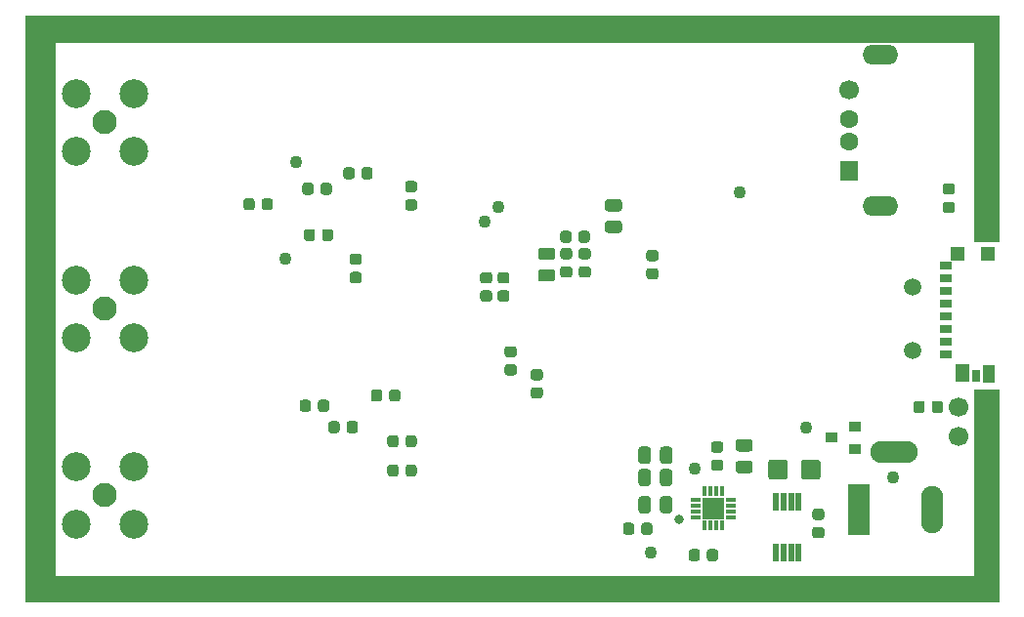
<source format=gbr>
G04 #@! TF.GenerationSoftware,KiCad,Pcbnew,(5.1.6)-1*
G04 #@! TF.CreationDate,2020-09-15T21:19:37+02:00*
G04 #@! TF.ProjectId,PrecisionTimer_RevG,50726563-6973-4696-9f6e-54696d65725f,rev?*
G04 #@! TF.SameCoordinates,Original*
G04 #@! TF.FileFunction,Soldermask,Bot*
G04 #@! TF.FilePolarity,Negative*
%FSLAX46Y46*%
G04 Gerber Fmt 4.6, Leading zero omitted, Abs format (unit mm)*
G04 Created by KiCad (PCBNEW (5.1.6)-1) date 2020-09-15 21:19:37*
%MOMM*%
%LPD*%
G01*
G04 APERTURE LIST*
%ADD10C,0.100000*%
%ADD11C,1.700000*%
%ADD12C,1.600000*%
%ADD13R,1.600000X1.700000*%
%ADD14O,3.100000X1.700000*%
%ADD15C,1.500000*%
%ADD16R,1.900000X4.500000*%
%ADD17O,1.900000X4.100000*%
%ADD18O,4.100000X1.900000*%
%ADD19C,0.800000*%
%ADD20R,1.100000X0.800000*%
%ADD21R,1.000000X1.500000*%
%ADD22R,0.800000X1.100000*%
%ADD23R,1.300000X1.550000*%
%ADD24R,1.300000X1.250000*%
%ADD25C,2.500000*%
%ADD26C,2.100000*%
%ADD27C,1.100000*%
%ADD28R,0.550000X1.500000*%
%ADD29R,1.000000X0.900000*%
%ADD30R,1.900000X1.900000*%
%ADD31R,0.850000X0.400000*%
%ADD32R,0.400000X0.850000*%
G04 APERTURE END LIST*
D10*
G36*
X173278800Y-71577200D02*
G01*
X171119800Y-71577200D01*
X171119800Y-54254400D01*
X91440000Y-54254400D01*
X91440000Y-102819200D01*
X88887300Y-102819200D01*
X88887300Y-51968400D01*
X173278800Y-51968400D01*
X173278800Y-71577200D01*
G37*
X173278800Y-71577200D02*
X171119800Y-71577200D01*
X171119800Y-54254400D01*
X91440000Y-54254400D01*
X91440000Y-102819200D01*
X88887300Y-102819200D01*
X88887300Y-51968400D01*
X173278800Y-51968400D01*
X173278800Y-71577200D01*
G36*
X173278800Y-102819200D02*
G01*
X91173300Y-102819200D01*
X91173300Y-100596700D01*
X171119800Y-100584000D01*
X171119800Y-84429600D01*
X173266100Y-84429600D01*
X173278800Y-102819200D01*
G37*
X173278800Y-102819200D02*
X91173300Y-102819200D01*
X91173300Y-100596700D01*
X171119800Y-100584000D01*
X171119800Y-84429600D01*
X173266100Y-84429600D01*
X173278800Y-102819200D01*
D11*
X160324800Y-58430400D03*
D12*
X160324800Y-60930400D03*
X160324800Y-62930400D03*
D13*
X160324800Y-65430400D03*
D14*
X163034800Y-55360400D03*
X163034800Y-68500400D03*
D15*
X165789800Y-80997400D03*
X165789800Y-75497400D03*
D16*
X161188400Y-94818200D03*
D17*
X167488400Y-94818200D03*
D18*
X164185600Y-89814400D03*
D19*
X145592800Y-95707200D03*
D20*
X168645200Y-73690200D03*
X168645200Y-74790200D03*
X168645200Y-75890200D03*
X168645200Y-76990200D03*
X168645200Y-78090200D03*
X168645200Y-79190200D03*
X168645200Y-80290200D03*
X168645200Y-81390200D03*
D21*
X172435200Y-83040200D03*
D22*
X171285200Y-83240200D03*
D23*
X170135200Y-83015200D03*
D24*
X172285200Y-72615200D03*
X169695200Y-72615200D03*
D11*
X169799000Y-85928200D03*
X169799000Y-88468200D03*
D25*
X98298000Y-63728600D03*
X93319600Y-63728600D03*
X93319600Y-58750200D03*
X98298000Y-58750200D03*
D26*
X95808800Y-61239400D03*
D25*
X98298000Y-79908400D03*
X93319600Y-79908400D03*
X93319600Y-74930000D03*
X98298000Y-74930000D03*
D26*
X95808800Y-77419200D03*
D25*
X98298000Y-96088200D03*
X93319600Y-96088200D03*
X93319600Y-91109800D03*
X98298000Y-91109800D03*
D26*
X95808800Y-93599000D03*
G36*
G01*
X120442000Y-85218850D02*
X120442000Y-84656350D01*
G75*
G02*
X120685750Y-84412600I243750J0D01*
G01*
X121173250Y-84412600D01*
G75*
G02*
X121417000Y-84656350I0J-243750D01*
G01*
X121417000Y-85218850D01*
G75*
G02*
X121173250Y-85462600I-243750J0D01*
G01*
X120685750Y-85462600D01*
G75*
G02*
X120442000Y-85218850I0J243750D01*
G01*
G37*
G36*
G01*
X118867000Y-85218850D02*
X118867000Y-84656350D01*
G75*
G02*
X119110750Y-84412600I243750J0D01*
G01*
X119598250Y-84412600D01*
G75*
G02*
X119842000Y-84656350I0J-243750D01*
G01*
X119842000Y-85218850D01*
G75*
G02*
X119598250Y-85462600I-243750J0D01*
G01*
X119110750Y-85462600D01*
G75*
G02*
X118867000Y-85218850I0J243750D01*
G01*
G37*
G36*
G01*
X142286000Y-96775850D02*
X142286000Y-96213350D01*
G75*
G02*
X142529750Y-95969600I243750J0D01*
G01*
X143017250Y-95969600D01*
G75*
G02*
X143261000Y-96213350I0J-243750D01*
G01*
X143261000Y-96775850D01*
G75*
G02*
X143017250Y-97019600I-243750J0D01*
G01*
X142529750Y-97019600D01*
G75*
G02*
X142286000Y-96775850I0J243750D01*
G01*
G37*
G36*
G01*
X140711000Y-96775850D02*
X140711000Y-96213350D01*
G75*
G02*
X140954750Y-95969600I243750J0D01*
G01*
X141442250Y-95969600D01*
G75*
G02*
X141686000Y-96213350I0J-243750D01*
G01*
X141686000Y-96775850D01*
G75*
G02*
X141442250Y-97019600I-243750J0D01*
G01*
X140954750Y-97019600D01*
G75*
G02*
X140711000Y-96775850I0J243750D01*
G01*
G37*
D27*
X150799800Y-67335400D03*
X112420400Y-64693800D03*
X129895600Y-68605400D03*
X128752600Y-69824600D03*
X111417100Y-73101200D03*
X156616400Y-87706200D03*
X164084000Y-91998800D03*
X143103600Y-98526600D03*
G36*
G01*
X109393000Y-68632650D02*
X109393000Y-68070150D01*
G75*
G02*
X109636750Y-67826400I243750J0D01*
G01*
X110124250Y-67826400D01*
G75*
G02*
X110368000Y-68070150I0J-243750D01*
G01*
X110368000Y-68632650D01*
G75*
G02*
X110124250Y-68876400I-243750J0D01*
G01*
X109636750Y-68876400D01*
G75*
G02*
X109393000Y-68632650I0J243750D01*
G01*
G37*
G36*
G01*
X107818000Y-68632650D02*
X107818000Y-68070150D01*
G75*
G02*
X108061750Y-67826400I243750J0D01*
G01*
X108549250Y-67826400D01*
G75*
G02*
X108793000Y-68070150I0J-243750D01*
G01*
X108793000Y-68632650D01*
G75*
G02*
X108549250Y-68876400I-243750J0D01*
G01*
X108061750Y-68876400D01*
G75*
G02*
X107818000Y-68632650I0J243750D01*
G01*
G37*
G36*
G01*
X130693850Y-82227700D02*
X131256350Y-82227700D01*
G75*
G02*
X131500100Y-82471450I0J-243750D01*
G01*
X131500100Y-82958950D01*
G75*
G02*
X131256350Y-83202700I-243750J0D01*
G01*
X130693850Y-83202700D01*
G75*
G02*
X130450100Y-82958950I0J243750D01*
G01*
X130450100Y-82471450D01*
G75*
G02*
X130693850Y-82227700I243750J0D01*
G01*
G37*
G36*
G01*
X130693850Y-80652700D02*
X131256350Y-80652700D01*
G75*
G02*
X131500100Y-80896450I0J-243750D01*
G01*
X131500100Y-81383950D01*
G75*
G02*
X131256350Y-81627700I-243750J0D01*
G01*
X130693850Y-81627700D01*
G75*
G02*
X130450100Y-81383950I0J243750D01*
G01*
X130450100Y-80896450D01*
G75*
G02*
X130693850Y-80652700I243750J0D01*
G01*
G37*
G36*
G01*
X132954450Y-84221600D02*
X133516950Y-84221600D01*
G75*
G02*
X133760700Y-84465350I0J-243750D01*
G01*
X133760700Y-84952850D01*
G75*
G02*
X133516950Y-85196600I-243750J0D01*
G01*
X132954450Y-85196600D01*
G75*
G02*
X132710700Y-84952850I0J243750D01*
G01*
X132710700Y-84465350D01*
G75*
G02*
X132954450Y-84221600I243750J0D01*
G01*
G37*
G36*
G01*
X132954450Y-82646600D02*
X133516950Y-82646600D01*
G75*
G02*
X133760700Y-82890350I0J-243750D01*
G01*
X133760700Y-83377850D01*
G75*
G02*
X133516950Y-83621600I-243750J0D01*
G01*
X132954450Y-83621600D01*
G75*
G02*
X132710700Y-83377850I0J243750D01*
G01*
X132710700Y-82890350D01*
G75*
G02*
X132954450Y-82646600I243750J0D01*
G01*
G37*
G36*
G01*
X113669800Y-85545350D02*
X113669800Y-86107850D01*
G75*
G02*
X113426050Y-86351600I-243750J0D01*
G01*
X112938550Y-86351600D01*
G75*
G02*
X112694800Y-86107850I0J243750D01*
G01*
X112694800Y-85545350D01*
G75*
G02*
X112938550Y-85301600I243750J0D01*
G01*
X113426050Y-85301600D01*
G75*
G02*
X113669800Y-85545350I0J-243750D01*
G01*
G37*
G36*
G01*
X115244800Y-85545350D02*
X115244800Y-86107850D01*
G75*
G02*
X115001050Y-86351600I-243750J0D01*
G01*
X114513550Y-86351600D01*
G75*
G02*
X114269800Y-86107850I0J243750D01*
G01*
X114269800Y-85545350D01*
G75*
G02*
X114513550Y-85301600I243750J0D01*
G01*
X115001050Y-85301600D01*
G75*
G02*
X115244800Y-85545350I0J-243750D01*
G01*
G37*
G36*
G01*
X121864400Y-91721250D02*
X121864400Y-91158750D01*
G75*
G02*
X122108150Y-90915000I243750J0D01*
G01*
X122595650Y-90915000D01*
G75*
G02*
X122839400Y-91158750I0J-243750D01*
G01*
X122839400Y-91721250D01*
G75*
G02*
X122595650Y-91965000I-243750J0D01*
G01*
X122108150Y-91965000D01*
G75*
G02*
X121864400Y-91721250I0J243750D01*
G01*
G37*
G36*
G01*
X120289400Y-91721250D02*
X120289400Y-91158750D01*
G75*
G02*
X120533150Y-90915000I243750J0D01*
G01*
X121020650Y-90915000D01*
G75*
G02*
X121264400Y-91158750I0J-243750D01*
G01*
X121264400Y-91721250D01*
G75*
G02*
X121020650Y-91965000I-243750J0D01*
G01*
X120533150Y-91965000D01*
G75*
G02*
X120289400Y-91721250I0J243750D01*
G01*
G37*
G36*
G01*
X121864400Y-89181250D02*
X121864400Y-88618750D01*
G75*
G02*
X122108150Y-88375000I243750J0D01*
G01*
X122595650Y-88375000D01*
G75*
G02*
X122839400Y-88618750I0J-243750D01*
G01*
X122839400Y-89181250D01*
G75*
G02*
X122595650Y-89425000I-243750J0D01*
G01*
X122108150Y-89425000D01*
G75*
G02*
X121864400Y-89181250I0J243750D01*
G01*
G37*
G36*
G01*
X120289400Y-89181250D02*
X120289400Y-88618750D01*
G75*
G02*
X120533150Y-88375000I243750J0D01*
G01*
X121020650Y-88375000D01*
G75*
G02*
X121264400Y-88618750I0J-243750D01*
G01*
X121264400Y-89181250D01*
G75*
G02*
X121020650Y-89425000I-243750J0D01*
G01*
X120533150Y-89425000D01*
G75*
G02*
X120289400Y-89181250I0J243750D01*
G01*
G37*
G36*
G01*
X116159000Y-87399550D02*
X116159000Y-87962050D01*
G75*
G02*
X115915250Y-88205800I-243750J0D01*
G01*
X115427750Y-88205800D01*
G75*
G02*
X115184000Y-87962050I0J243750D01*
G01*
X115184000Y-87399550D01*
G75*
G02*
X115427750Y-87155800I243750J0D01*
G01*
X115915250Y-87155800D01*
G75*
G02*
X116159000Y-87399550I0J-243750D01*
G01*
G37*
G36*
G01*
X117734000Y-87399550D02*
X117734000Y-87962050D01*
G75*
G02*
X117490250Y-88205800I-243750J0D01*
G01*
X117002750Y-88205800D01*
G75*
G02*
X116759000Y-87962050I0J243750D01*
G01*
X116759000Y-87399550D01*
G75*
G02*
X117002750Y-87155800I243750J0D01*
G01*
X117490250Y-87155800D01*
G75*
G02*
X117734000Y-87399550I0J-243750D01*
G01*
G37*
G36*
G01*
X134567850Y-73183800D02*
X133605350Y-73183800D01*
G75*
G02*
X133336600Y-72915050I0J268750D01*
G01*
X133336600Y-72377550D01*
G75*
G02*
X133605350Y-72108800I268750J0D01*
G01*
X134567850Y-72108800D01*
G75*
G02*
X134836600Y-72377550I0J-268750D01*
G01*
X134836600Y-72915050D01*
G75*
G02*
X134567850Y-73183800I-268750J0D01*
G01*
G37*
G36*
G01*
X134567850Y-75058800D02*
X133605350Y-75058800D01*
G75*
G02*
X133336600Y-74790050I0J268750D01*
G01*
X133336600Y-74252550D01*
G75*
G02*
X133605350Y-73983800I268750J0D01*
G01*
X134567850Y-73983800D01*
G75*
G02*
X134836600Y-74252550I0J-268750D01*
G01*
X134836600Y-74790050D01*
G75*
G02*
X134567850Y-75058800I-268750J0D01*
G01*
G37*
G36*
G01*
X136069650Y-73131400D02*
X135507150Y-73131400D01*
G75*
G02*
X135263400Y-72887650I0J243750D01*
G01*
X135263400Y-72400150D01*
G75*
G02*
X135507150Y-72156400I243750J0D01*
G01*
X136069650Y-72156400D01*
G75*
G02*
X136313400Y-72400150I0J-243750D01*
G01*
X136313400Y-72887650D01*
G75*
G02*
X136069650Y-73131400I-243750J0D01*
G01*
G37*
G36*
G01*
X136069650Y-74706400D02*
X135507150Y-74706400D01*
G75*
G02*
X135263400Y-74462650I0J243750D01*
G01*
X135263400Y-73975150D01*
G75*
G02*
X135507150Y-73731400I243750J0D01*
G01*
X136069650Y-73731400D01*
G75*
G02*
X136313400Y-73975150I0J-243750D01*
G01*
X136313400Y-74462650D01*
G75*
G02*
X136069650Y-74706400I-243750J0D01*
G01*
G37*
G36*
G01*
X136250400Y-70889550D02*
X136250400Y-71452050D01*
G75*
G02*
X136006650Y-71695800I-243750J0D01*
G01*
X135519150Y-71695800D01*
G75*
G02*
X135275400Y-71452050I0J243750D01*
G01*
X135275400Y-70889550D01*
G75*
G02*
X135519150Y-70645800I243750J0D01*
G01*
X136006650Y-70645800D01*
G75*
G02*
X136250400Y-70889550I0J-243750D01*
G01*
G37*
G36*
G01*
X137825400Y-70889550D02*
X137825400Y-71452050D01*
G75*
G02*
X137581650Y-71695800I-243750J0D01*
G01*
X137094150Y-71695800D01*
G75*
G02*
X136850400Y-71452050I0J243750D01*
G01*
X136850400Y-70889550D01*
G75*
G02*
X137094150Y-70645800I243750J0D01*
G01*
X137581650Y-70645800D01*
G75*
G02*
X137825400Y-70889550I0J-243750D01*
G01*
G37*
G36*
G01*
X142974750Y-73883800D02*
X143537250Y-73883800D01*
G75*
G02*
X143781000Y-74127550I0J-243750D01*
G01*
X143781000Y-74615050D01*
G75*
G02*
X143537250Y-74858800I-243750J0D01*
G01*
X142974750Y-74858800D01*
G75*
G02*
X142731000Y-74615050I0J243750D01*
G01*
X142731000Y-74127550D01*
G75*
G02*
X142974750Y-73883800I243750J0D01*
G01*
G37*
G36*
G01*
X142974750Y-72308800D02*
X143537250Y-72308800D01*
G75*
G02*
X143781000Y-72552550I0J-243750D01*
G01*
X143781000Y-73040050D01*
G75*
G02*
X143537250Y-73283800I-243750J0D01*
G01*
X142974750Y-73283800D01*
G75*
G02*
X142731000Y-73040050I0J243750D01*
G01*
X142731000Y-72552550D01*
G75*
G02*
X142974750Y-72308800I243750J0D01*
G01*
G37*
G36*
G01*
X140359050Y-68967400D02*
X139396550Y-68967400D01*
G75*
G02*
X139127800Y-68698650I0J268750D01*
G01*
X139127800Y-68161150D01*
G75*
G02*
X139396550Y-67892400I268750J0D01*
G01*
X140359050Y-67892400D01*
G75*
G02*
X140627800Y-68161150I0J-268750D01*
G01*
X140627800Y-68698650D01*
G75*
G02*
X140359050Y-68967400I-268750J0D01*
G01*
G37*
G36*
G01*
X140359050Y-70842400D02*
X139396550Y-70842400D01*
G75*
G02*
X139127800Y-70573650I0J268750D01*
G01*
X139127800Y-70036150D01*
G75*
G02*
X139396550Y-69767400I268750J0D01*
G01*
X140359050Y-69767400D01*
G75*
G02*
X140627800Y-70036150I0J-268750D01*
G01*
X140627800Y-70573650D01*
G75*
G02*
X140359050Y-70842400I-268750J0D01*
G01*
G37*
G36*
G01*
X129135450Y-75214200D02*
X128572950Y-75214200D01*
G75*
G02*
X128329200Y-74970450I0J243750D01*
G01*
X128329200Y-74482950D01*
G75*
G02*
X128572950Y-74239200I243750J0D01*
G01*
X129135450Y-74239200D01*
G75*
G02*
X129379200Y-74482950I0J-243750D01*
G01*
X129379200Y-74970450D01*
G75*
G02*
X129135450Y-75214200I-243750J0D01*
G01*
G37*
G36*
G01*
X129135450Y-76789200D02*
X128572950Y-76789200D01*
G75*
G02*
X128329200Y-76545450I0J243750D01*
G01*
X128329200Y-76057950D01*
G75*
G02*
X128572950Y-75814200I243750J0D01*
G01*
X129135450Y-75814200D01*
G75*
G02*
X129379200Y-76057950I0J-243750D01*
G01*
X129379200Y-76545450D01*
G75*
G02*
X129135450Y-76789200I-243750J0D01*
G01*
G37*
D28*
X155915000Y-94116800D03*
X155265000Y-94116800D03*
X154615000Y-94116800D03*
X153965000Y-94116800D03*
X153965000Y-98516800D03*
X154615000Y-98516800D03*
X155265000Y-98516800D03*
X155915000Y-98516800D03*
D29*
X158791400Y-88595200D03*
X160791400Y-89545200D03*
X160791400Y-87645200D03*
G36*
G01*
X137107350Y-73731400D02*
X137669850Y-73731400D01*
G75*
G02*
X137913600Y-73975150I0J-243750D01*
G01*
X137913600Y-74462650D01*
G75*
G02*
X137669850Y-74706400I-243750J0D01*
G01*
X137107350Y-74706400D01*
G75*
G02*
X136863600Y-74462650I0J243750D01*
G01*
X136863600Y-73975150D01*
G75*
G02*
X137107350Y-73731400I243750J0D01*
G01*
G37*
G36*
G01*
X137107350Y-72156400D02*
X137669850Y-72156400D01*
G75*
G02*
X137913600Y-72400150I0J-243750D01*
G01*
X137913600Y-72887650D01*
G75*
G02*
X137669850Y-73131400I-243750J0D01*
G01*
X137107350Y-73131400D01*
G75*
G02*
X136863600Y-72887650I0J243750D01*
G01*
X136863600Y-72400150D01*
G75*
G02*
X137107350Y-72156400I243750J0D01*
G01*
G37*
G36*
G01*
X157913650Y-95737400D02*
X157351150Y-95737400D01*
G75*
G02*
X157107400Y-95493650I0J243750D01*
G01*
X157107400Y-95006150D01*
G75*
G02*
X157351150Y-94762400I243750J0D01*
G01*
X157913650Y-94762400D01*
G75*
G02*
X158157400Y-95006150I0J-243750D01*
G01*
X158157400Y-95493650D01*
G75*
G02*
X157913650Y-95737400I-243750J0D01*
G01*
G37*
G36*
G01*
X157913650Y-97312400D02*
X157351150Y-97312400D01*
G75*
G02*
X157107400Y-97068650I0J243750D01*
G01*
X157107400Y-96581150D01*
G75*
G02*
X157351150Y-96337400I243750J0D01*
G01*
X157913650Y-96337400D01*
G75*
G02*
X158157400Y-96581150I0J-243750D01*
G01*
X158157400Y-97068650D01*
G75*
G02*
X157913650Y-97312400I-243750J0D01*
G01*
G37*
G36*
G01*
X156124600Y-91973175D02*
X156124600Y-90754425D01*
G75*
G02*
X156390225Y-90488800I265625J0D01*
G01*
X157558975Y-90488800D01*
G75*
G02*
X157824600Y-90754425I0J-265625D01*
G01*
X157824600Y-91973175D01*
G75*
G02*
X157558975Y-92238800I-265625J0D01*
G01*
X156390225Y-92238800D01*
G75*
G02*
X156124600Y-91973175I0J265625D01*
G01*
G37*
G36*
G01*
X153274600Y-91973175D02*
X153274600Y-90754425D01*
G75*
G02*
X153540225Y-90488800I265625J0D01*
G01*
X154708975Y-90488800D01*
G75*
G02*
X154974600Y-90754425I0J-265625D01*
G01*
X154974600Y-91973175D01*
G75*
G02*
X154708975Y-92238800I-265625J0D01*
G01*
X153540225Y-92238800D01*
G75*
G02*
X153274600Y-91973175I0J265625D01*
G01*
G37*
D27*
X146888200Y-91313000D03*
G36*
G01*
X130071550Y-75814100D02*
X130634050Y-75814100D01*
G75*
G02*
X130877800Y-76057850I0J-243750D01*
G01*
X130877800Y-76545350D01*
G75*
G02*
X130634050Y-76789100I-243750J0D01*
G01*
X130071550Y-76789100D01*
G75*
G02*
X129827800Y-76545350I0J243750D01*
G01*
X129827800Y-76057850D01*
G75*
G02*
X130071550Y-75814100I243750J0D01*
G01*
G37*
G36*
G01*
X130071550Y-74239100D02*
X130634050Y-74239100D01*
G75*
G02*
X130877800Y-74482850I0J-243750D01*
G01*
X130877800Y-74970350D01*
G75*
G02*
X130634050Y-75214100I-243750J0D01*
G01*
X130071550Y-75214100D01*
G75*
G02*
X129827800Y-74970350I0J243750D01*
G01*
X129827800Y-74482850D01*
G75*
G02*
X130071550Y-74239100I243750J0D01*
G01*
G37*
G36*
G01*
X114025400Y-70737150D02*
X114025400Y-71299650D01*
G75*
G02*
X113781650Y-71543400I-243750J0D01*
G01*
X113294150Y-71543400D01*
G75*
G02*
X113050400Y-71299650I0J243750D01*
G01*
X113050400Y-70737150D01*
G75*
G02*
X113294150Y-70493400I243750J0D01*
G01*
X113781650Y-70493400D01*
G75*
G02*
X114025400Y-70737150I0J-243750D01*
G01*
G37*
G36*
G01*
X115600400Y-70737150D02*
X115600400Y-71299650D01*
G75*
G02*
X115356650Y-71543400I-243750J0D01*
G01*
X114869150Y-71543400D01*
G75*
G02*
X114625400Y-71299650I0J243750D01*
G01*
X114625400Y-70737150D01*
G75*
G02*
X114869150Y-70493400I243750J0D01*
G01*
X115356650Y-70493400D01*
G75*
G02*
X115600400Y-70737150I0J-243750D01*
G01*
G37*
G36*
G01*
X122070550Y-67914800D02*
X122633050Y-67914800D01*
G75*
G02*
X122876800Y-68158550I0J-243750D01*
G01*
X122876800Y-68646050D01*
G75*
G02*
X122633050Y-68889800I-243750J0D01*
G01*
X122070550Y-68889800D01*
G75*
G02*
X121826800Y-68646050I0J243750D01*
G01*
X121826800Y-68158550D01*
G75*
G02*
X122070550Y-67914800I243750J0D01*
G01*
G37*
G36*
G01*
X122070550Y-66339800D02*
X122633050Y-66339800D01*
G75*
G02*
X122876800Y-66583550I0J-243750D01*
G01*
X122876800Y-67071050D01*
G75*
G02*
X122633050Y-67314800I-243750J0D01*
G01*
X122070550Y-67314800D01*
G75*
G02*
X121826800Y-67071050I0J243750D01*
G01*
X121826800Y-66583550D01*
G75*
G02*
X122070550Y-66339800I243750J0D01*
G01*
G37*
G36*
G01*
X151687450Y-89795400D02*
X150724950Y-89795400D01*
G75*
G02*
X150456200Y-89526650I0J268750D01*
G01*
X150456200Y-88989150D01*
G75*
G02*
X150724950Y-88720400I268750J0D01*
G01*
X151687450Y-88720400D01*
G75*
G02*
X151956200Y-88989150I0J-268750D01*
G01*
X151956200Y-89526650D01*
G75*
G02*
X151687450Y-89795400I-268750J0D01*
G01*
G37*
G36*
G01*
X151687450Y-91670400D02*
X150724950Y-91670400D01*
G75*
G02*
X150456200Y-91401650I0J268750D01*
G01*
X150456200Y-90864150D01*
G75*
G02*
X150724950Y-90595400I268750J0D01*
G01*
X151687450Y-90595400D01*
G75*
G02*
X151956200Y-90864150I0J-268750D01*
G01*
X151956200Y-91401650D01*
G75*
G02*
X151687450Y-91670400I-268750J0D01*
G01*
G37*
G36*
G01*
X169216650Y-67518000D02*
X168654150Y-67518000D01*
G75*
G02*
X168410400Y-67274250I0J243750D01*
G01*
X168410400Y-66786750D01*
G75*
G02*
X168654150Y-66543000I243750J0D01*
G01*
X169216650Y-66543000D01*
G75*
G02*
X169460400Y-66786750I0J-243750D01*
G01*
X169460400Y-67274250D01*
G75*
G02*
X169216650Y-67518000I-243750J0D01*
G01*
G37*
G36*
G01*
X169216650Y-69093000D02*
X168654150Y-69093000D01*
G75*
G02*
X168410400Y-68849250I0J243750D01*
G01*
X168410400Y-68361750D01*
G75*
G02*
X168654150Y-68118000I243750J0D01*
G01*
X169216650Y-68118000D01*
G75*
G02*
X169460400Y-68361750I0J-243750D01*
G01*
X169460400Y-68849250D01*
G75*
G02*
X169216650Y-69093000I-243750J0D01*
G01*
G37*
G36*
G01*
X143110000Y-93930550D02*
X143110000Y-94893050D01*
G75*
G02*
X142841250Y-95161800I-268750J0D01*
G01*
X142303750Y-95161800D01*
G75*
G02*
X142035000Y-94893050I0J268750D01*
G01*
X142035000Y-93930550D01*
G75*
G02*
X142303750Y-93661800I268750J0D01*
G01*
X142841250Y-93661800D01*
G75*
G02*
X143110000Y-93930550I0J-268750D01*
G01*
G37*
G36*
G01*
X144985000Y-93930550D02*
X144985000Y-94893050D01*
G75*
G02*
X144716250Y-95161800I-268750J0D01*
G01*
X144178750Y-95161800D01*
G75*
G02*
X143910000Y-94893050I0J268750D01*
G01*
X143910000Y-93930550D01*
G75*
G02*
X144178750Y-93661800I268750J0D01*
G01*
X144716250Y-93661800D01*
G75*
G02*
X144985000Y-93930550I0J-268750D01*
G01*
G37*
G36*
G01*
X147375600Y-98499350D02*
X147375600Y-99061850D01*
G75*
G02*
X147131850Y-99305600I-243750J0D01*
G01*
X146644350Y-99305600D01*
G75*
G02*
X146400600Y-99061850I0J243750D01*
G01*
X146400600Y-98499350D01*
G75*
G02*
X146644350Y-98255600I243750J0D01*
G01*
X147131850Y-98255600D01*
G75*
G02*
X147375600Y-98499350I0J-243750D01*
G01*
G37*
G36*
G01*
X148950600Y-98499350D02*
X148950600Y-99061850D01*
G75*
G02*
X148706850Y-99305600I-243750J0D01*
G01*
X148219350Y-99305600D01*
G75*
G02*
X147975600Y-99061850I0J243750D01*
G01*
X147975600Y-98499350D01*
G75*
G02*
X148219350Y-98255600I243750J0D01*
G01*
X148706850Y-98255600D01*
G75*
G02*
X148950600Y-98499350I0J-243750D01*
G01*
G37*
D30*
X148513800Y-94716600D03*
D31*
X147013800Y-93966600D03*
X147013800Y-94466600D03*
X147013800Y-94966600D03*
X147013800Y-95466600D03*
D32*
X147763800Y-96216600D03*
X148263800Y-96216600D03*
X148763800Y-96216600D03*
X149263800Y-96216600D03*
D31*
X150013800Y-95466600D03*
X150013800Y-94966600D03*
X150013800Y-94466600D03*
X150013800Y-93966600D03*
D32*
X149263800Y-93216600D03*
X148763800Y-93216600D03*
X148263800Y-93216600D03*
X147763800Y-93216600D03*
G36*
G01*
X148588150Y-90495400D02*
X149150650Y-90495400D01*
G75*
G02*
X149394400Y-90739150I0J-243750D01*
G01*
X149394400Y-91226650D01*
G75*
G02*
X149150650Y-91470400I-243750J0D01*
G01*
X148588150Y-91470400D01*
G75*
G02*
X148344400Y-91226650I0J243750D01*
G01*
X148344400Y-90739150D01*
G75*
G02*
X148588150Y-90495400I243750J0D01*
G01*
G37*
G36*
G01*
X148588150Y-88920400D02*
X149150650Y-88920400D01*
G75*
G02*
X149394400Y-89164150I0J-243750D01*
G01*
X149394400Y-89651650D01*
G75*
G02*
X149150650Y-89895400I-243750J0D01*
G01*
X148588150Y-89895400D01*
G75*
G02*
X148344400Y-89651650I0J243750D01*
G01*
X148344400Y-89164150D01*
G75*
G02*
X148588150Y-88920400I243750J0D01*
G01*
G37*
G36*
G01*
X143912300Y-92530850D02*
X143912300Y-91568350D01*
G75*
G02*
X144181050Y-91299600I268750J0D01*
G01*
X144718550Y-91299600D01*
G75*
G02*
X144987300Y-91568350I0J-268750D01*
G01*
X144987300Y-92530850D01*
G75*
G02*
X144718550Y-92799600I-268750J0D01*
G01*
X144181050Y-92799600D01*
G75*
G02*
X143912300Y-92530850I0J268750D01*
G01*
G37*
G36*
G01*
X142037300Y-92530850D02*
X142037300Y-91568350D01*
G75*
G02*
X142306050Y-91299600I268750J0D01*
G01*
X142843550Y-91299600D01*
G75*
G02*
X143112300Y-91568350I0J-268750D01*
G01*
X143112300Y-92530850D01*
G75*
G02*
X142843550Y-92799600I-268750J0D01*
G01*
X142306050Y-92799600D01*
G75*
G02*
X142037300Y-92530850I0J268750D01*
G01*
G37*
G36*
G01*
X143912300Y-90600450D02*
X143912300Y-89637950D01*
G75*
G02*
X144181050Y-89369200I268750J0D01*
G01*
X144718550Y-89369200D01*
G75*
G02*
X144987300Y-89637950I0J-268750D01*
G01*
X144987300Y-90600450D01*
G75*
G02*
X144718550Y-90869200I-268750J0D01*
G01*
X144181050Y-90869200D01*
G75*
G02*
X143912300Y-90600450I0J268750D01*
G01*
G37*
G36*
G01*
X142037300Y-90600450D02*
X142037300Y-89637950D01*
G75*
G02*
X142306050Y-89369200I268750J0D01*
G01*
X142843550Y-89369200D01*
G75*
G02*
X143112300Y-89637950I0J-268750D01*
G01*
X143112300Y-90600450D01*
G75*
G02*
X142843550Y-90869200I-268750J0D01*
G01*
X142306050Y-90869200D01*
G75*
G02*
X142037300Y-90600450I0J268750D01*
G01*
G37*
G36*
G01*
X114498400Y-67286450D02*
X114498400Y-66723950D01*
G75*
G02*
X114742150Y-66480200I243750J0D01*
G01*
X115229650Y-66480200D01*
G75*
G02*
X115473400Y-66723950I0J-243750D01*
G01*
X115473400Y-67286450D01*
G75*
G02*
X115229650Y-67530200I-243750J0D01*
G01*
X114742150Y-67530200D01*
G75*
G02*
X114498400Y-67286450I0J243750D01*
G01*
G37*
G36*
G01*
X112923400Y-67286450D02*
X112923400Y-66723950D01*
G75*
G02*
X113167150Y-66480200I243750J0D01*
G01*
X113654650Y-66480200D01*
G75*
G02*
X113898400Y-66723950I0J-243750D01*
G01*
X113898400Y-67286450D01*
G75*
G02*
X113654650Y-67530200I-243750J0D01*
G01*
X113167150Y-67530200D01*
G75*
G02*
X112923400Y-67286450I0J243750D01*
G01*
G37*
G36*
G01*
X167457400Y-86209450D02*
X167457400Y-85646950D01*
G75*
G02*
X167701150Y-85403200I243750J0D01*
G01*
X168188650Y-85403200D01*
G75*
G02*
X168432400Y-85646950I0J-243750D01*
G01*
X168432400Y-86209450D01*
G75*
G02*
X168188650Y-86453200I-243750J0D01*
G01*
X167701150Y-86453200D01*
G75*
G02*
X167457400Y-86209450I0J243750D01*
G01*
G37*
G36*
G01*
X165882400Y-86209450D02*
X165882400Y-85646950D01*
G75*
G02*
X166126150Y-85403200I243750J0D01*
G01*
X166613650Y-85403200D01*
G75*
G02*
X166857400Y-85646950I0J-243750D01*
G01*
X166857400Y-86209450D01*
G75*
G02*
X166613650Y-86453200I-243750J0D01*
G01*
X166126150Y-86453200D01*
G75*
G02*
X165882400Y-86209450I0J243750D01*
G01*
G37*
G36*
G01*
X117257250Y-74213900D02*
X117819750Y-74213900D01*
G75*
G02*
X118063500Y-74457650I0J-243750D01*
G01*
X118063500Y-74945150D01*
G75*
G02*
X117819750Y-75188900I-243750J0D01*
G01*
X117257250Y-75188900D01*
G75*
G02*
X117013500Y-74945150I0J243750D01*
G01*
X117013500Y-74457650D01*
G75*
G02*
X117257250Y-74213900I243750J0D01*
G01*
G37*
G36*
G01*
X117257250Y-72638900D02*
X117819750Y-72638900D01*
G75*
G02*
X118063500Y-72882650I0J-243750D01*
G01*
X118063500Y-73370150D01*
G75*
G02*
X117819750Y-73613900I-243750J0D01*
G01*
X117257250Y-73613900D01*
G75*
G02*
X117013500Y-73370150I0J243750D01*
G01*
X117013500Y-72882650D01*
G75*
G02*
X117257250Y-72638900I243750J0D01*
G01*
G37*
G36*
G01*
X118041700Y-65940250D02*
X118041700Y-65377750D01*
G75*
G02*
X118285450Y-65134000I243750J0D01*
G01*
X118772950Y-65134000D01*
G75*
G02*
X119016700Y-65377750I0J-243750D01*
G01*
X119016700Y-65940250D01*
G75*
G02*
X118772950Y-66184000I-243750J0D01*
G01*
X118285450Y-66184000D01*
G75*
G02*
X118041700Y-65940250I0J243750D01*
G01*
G37*
G36*
G01*
X116466700Y-65940250D02*
X116466700Y-65377750D01*
G75*
G02*
X116710450Y-65134000I243750J0D01*
G01*
X117197950Y-65134000D01*
G75*
G02*
X117441700Y-65377750I0J-243750D01*
G01*
X117441700Y-65940250D01*
G75*
G02*
X117197950Y-66184000I-243750J0D01*
G01*
X116710450Y-66184000D01*
G75*
G02*
X116466700Y-65940250I0J243750D01*
G01*
G37*
M02*

</source>
